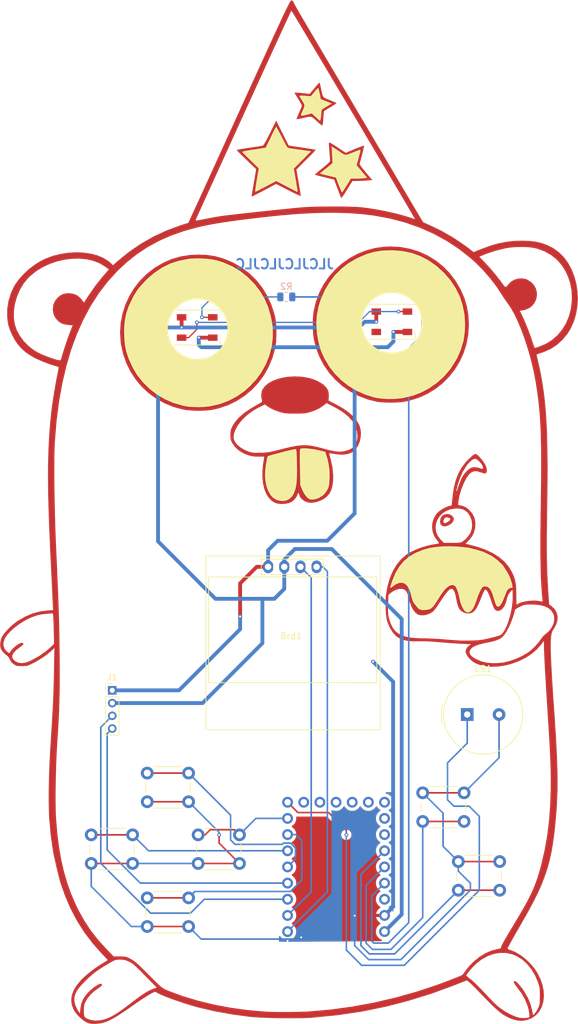
<source format=kicad_pcb>
(kicad_pcb (version 20240108) (generator "pcbnew") (generator_version "8.0")
  (layers (0 "F.Cu" signal) (31 "B.Cu" signal) (34 "B.Paste" user) (35 "F.Paste" user) (36 "B.SilkS" user "B.Silkscreen") (37 "F.SilkS" user "F.Silkscreen") (38 "B.Mask" user) (39 "F.Mask" user) (44 "Edge.Cuts" user))
  (net 0 "")
  (net 1 "GND")
  (net 2 "VCC")
  (net 3 "Net-(D1-DIN)")
  (net 4 "Net-(D1-DOUT)")
  (net 6 "/SDA")
  (net 7 "/SCL")
  (net 8 "/SDA1")
  (net 9 "/SCL1")
  (net 10 "Net-(U1-GP8)")
  (net 11 "/GP29")
  (net 12 "Net-(U1-GP4)")
  (net 13 "Net-(U1-GP5)")
  (net 14 "Net-(U1-GP6)")
  (net 15 "Net-(U1-GP7)")
  (net 16 "Net-(U1-GP28)")
  (net 17 "Net-(U1-GP27)")
  (footprint "LED_SMD:LED_WS2812B_PLCC4_5.0x5.0mm_P3.2mm" (layer "F.Cu") (at 92.75 72.4)
    (property "Reference" "D1" (hide yes))
    (property "Value" "WS2812B")
  )
  (footprint "LED_SMD:LED_WS2812B_PLCC4_5.0x5.0mm_P3.2mm" (layer "F.Cu") (at 123.35 71.5)
    (property "Reference" "D2" (hide yes))
    (property "Value" "WS2812B")
  )
  (footprint "rp2040-zero:my-rp2040-zero" (layer "F.Cu") (at 114.58 157.14 180)
    (property "Reference" "U1" (hide yes))
    (property "Value" "~" (hide yes))
  )
  (footprint "XIAO:128x64OLED" (layer "F.Cu") (at 107.52 120.6)
    (property "Reference" "Brd1")
    (property "Value" "SSD1306")
  )
  (footprint "Button_Switch_THT:SW_PUSH_6mm_H4.3mm" (layer "F.Cu") (at 128.2 145.5)
    (property "Reference" "SW5" (hide yes))
    (property "Value" "SW_Push")
  )
  (footprint "Button_Switch_THT:SW_PUSH_6mm_H4.3mm" (layer "F.Cu") (at 76.1 152.1)
    (property "Reference" "SW2" (hide yes))
    (property "Value" "SW_Push")
  )
  (footprint "Button_Switch_THT:SW_PUSH_6mm_H4.3mm" (layer "F.Cu") (at 84.9 162)
    (property "Reference" "SW3" (hide yes))
    (property "Value" "SW_Push")
  )
  (footprint "Connector_PinHeader_2.00mm:PinHeader_1x04_P2.00mm_Vertical" (layer "F.Cu") (at 79.4 129.4)
    (property "Reference" "J1")
    (property "Value" "Conn_01x04_Pin")
  )
  (footprint "MountingHole:MountingHole_3.2mm_M3" (layer "F.Cu") (at 107.9 31.3)
    (property "Reference" "REF**" (hide yes))
    (property "Value" "MountingHole_3.2mm_M3")
  )
  (footprint "Button_Switch_THT:SW_PUSH_6mm_H4.3mm" (layer "F.Cu") (at 84.9 142.4)
    (property "Reference" "SW1" (hide yes))
    (property "Value" "SW_Push")
  )
  (footprint "gopher:gopher_party" (layer "F.Cu") (at 107.4 101.8)
    (property "Reference" "G***" (hide yes))
    (property "Value" "LOGO" (hide yes))
    (fp_line (start -45.62 20.56) (end -45.59 19.99) (stroke (width 0.05)) (layer "Edge.Cuts"))
    (fp_line (start -45.59 19.99) (end -45.46 19.44) (stroke (width 0.05)) (layer "Edge.Cuts"))
    (fp_line (start -45.55 21.04) (end -45.62 20.56) (stroke (width 0.05)) (layer "Edge.Cuts"))
    (fp_line (start -45.51 21.14) (end -45.55 21.04) (stroke (width 0.05)) (layer "Edge.Cuts"))
    (fp_line (start -45.46 19.44) (end -45.35 19.19) (stroke (width 0.05)) (layer "Edge.Cuts"))
    (fp_line (start -45.36 21.37) (end -45.51 21.14) (stroke (width 0.05)) (layer "Edge.Cuts"))
    (fp_line (start -45.35 19.19) (end -45.12 18.81) (stroke (width 0.05)) (layer "Edge.Cuts"))
    (fp_line (start -45.12 18.81) (end -44.82 18.44) (stroke (width 0.05)) (layer "Edge.Cuts"))
    (fp_line (start -45.04 21.75) (end -45.36 21.37) (stroke (width 0.05)) (layer "Edge.Cuts"))
    (fp_line (start -44.82 18.44) (end -44.39 17.97) (stroke (width 0.05)) (layer "Edge.Cuts"))
    (fp_line (start -44.73 22.04) (end -45.04 21.75) (stroke (width 0.05)) (layer "Edge.Cuts"))
    (fp_line (start -44.54 -31.2) (end -44.53 -31.7) (stroke (width 0.05)) (layer "Edge.Cuts"))
    (fp_line (start -44.53 -31.7) (end -44.52 -32.38) (stroke (width 0.05)) (layer "Edge.Cuts"))
    (fp_line (start -44.52 -32.38) (end -44.32 -33.61) (stroke (width 0.05)) (layer "Edge.Cuts"))
    (fp_line (start -44.47 -30.41) (end -44.54 -31.2) (stroke (width 0.05)) (layer "Edge.Cuts"))
    (fp_line (start -44.44 22.26) (end -44.73 22.04) (stroke (width 0.05)) (layer "Edge.Cuts"))
    (fp_line (start -44.39 17.97) (end -43.89 17.48) (stroke (width 0.05)) (layer "Edge.Cuts"))
    (fp_line (start -44.36 22.34) (end -44.44 22.26) (stroke (width 0.05)) (layer "Edge.Cuts"))
    (fp_line (start -44.33 -29.65) (end -44.47 -30.41) (stroke (width 0.05)) (layer "Edge.Cuts"))
    (fp_line (start -44.32 -33.61) (end -43.96 -34.79) (stroke (width 0.05)) (layer "Edge.Cuts"))
    (fp_line (start -44.22 22.57) (end -44.36 22.34) (stroke (width 0.05)) (layer "Edge.Cuts"))
    (fp_line (start -44.13 -29.07) (end -44.33 -29.65) (stroke (width 0.05)) (layer "Edge.Cuts"))
    (fp_line (start -43.96 -34.79) (end -43.49 -35.79) (stroke (width 0.05)) (layer "Edge.Cuts"))
    (fp_line (start -43.91 23.14) (end -44.22 22.57) (stroke (width 0.05)) (layer "Edge.Cuts"))
    (fp_line (start -43.89 17.48) (end -43.35 17.03) (stroke (width 0.05)) (layer "Edge.Cuts"))
    (fp_line (start -43.78 -28.25) (end -44.13 -29.07) (stroke (width 0.05)) (layer "Edge.Cuts"))
    (fp_line (start -43.49 -35.79) (end -43.28 -36.17) (stroke (width 0.05)) (layer "Edge.Cuts"))
    (fp_line (start -43.49 23.53) (end -43.91 23.14) (stroke (width 0.05)) (layer "Edge.Cuts"))
    (fp_line (start -43.42 -27.56) (end -43.78 -28.25) (stroke (width 0.05)) (layer "Edge.Cuts"))
    (fp_line (start -43.35 17.03) (end -42.86 16.67) (stroke (width 0.05)) (layer "Edge.Cuts"))
    (fp_line (start -43.28 -36.17) (end -42.67 -37.01) (stroke (width 0.05)) (layer "Edge.Cuts"))
    (fp_line (start -43.19 23.7) (end -43.49 23.53) (stroke (width 0.05)) (layer "Edge.Cuts"))
    (fp_line (start -42.95 23.78) (end -43.19 23.7) (stroke (width 0.05)) (layer "Edge.Cuts"))
    (fp_line (start -42.91 -26.79) (end -43.42 -27.56) (stroke (width 0.05)) (layer "Edge.Cuts"))
    (fp_line (start -42.86 16.67) (end -41.76 16.04) (stroke (width 0.05)) (layer "Edge.Cuts"))
    (fp_line (start -42.67 -37.01) (end -41.94 -37.82) (stroke (width 0.05)) (layer "Edge.Cuts"))
    (fp_line (start -42.57 23.81) (end -42.95 23.78) (stroke (width 0.05)) (layer "Edge.Cuts"))
    (fp_line (start -42.38 -26.17) (end -42.91 -26.79) (stroke (width 0.05)) (layer "Edge.Cuts"))
    (fp_line (start -41.94 -37.82) (end -41.15 -38.56) (stroke (width 0.05)) (layer "Edge.Cuts"))
    (fp_line (start -41.88 23.81) (end -42.57 23.81) (stroke (width 0.05)) (layer "Edge.Cuts"))
    (fp_line (start -41.76 16.04) (end -41.67 15.99) (stroke (width 0.05)) (layer "Edge.Cuts"))
    (fp_line (start -41.7 -25.54) (end -42.38 -26.17) (stroke (width 0.05)) (layer "Edge.Cuts"))
    (fp_line (start -41.67 15.99) (end -40.52 15.5) (stroke (width 0.05)) (layer "Edge.Cuts"))
    (fp_line (start -41.55 23.78) (end -41.88 23.81) (stroke (width 0.05)) (layer "Edge.Cuts"))
    (fp_line (start -41.23 23.72) (end -41.55 23.78) (stroke (width 0.05)) (layer "Edge.Cuts"))
    (fp_line (start -41.15 -38.56) (end -40.25 -39.24) (stroke (width 0.05)) (layer "Edge.Cuts"))
    (fp_line (start -40.75 -24.9) (end -41.7 -25.54) (stroke (width 0.05)) (layer "Edge.Cuts"))
    (fp_line (start -40.53 23.4) (end -41.23 23.72) (stroke (width 0.05)) (layer "Edge.Cuts"))
    (fp_line (start -40.52 15.5) (end -39.36 15.19) (stroke (width 0.05)) (layer "Edge.Cuts"))
    (fp_line (start -40.25 -39.24) (end -39.94 -39.45) (stroke (width 0.05)) (layer "Edge.Cuts"))
    (fp_line (start -40.08 -24.53) (end -40.75 -24.9) (stroke (width 0.05)) (layer "Edge.Cuts"))
    (fp_line (start -40.08 23.17) (end -40.53 23.4) (stroke (width 0.05)) (layer "Edge.Cuts"))
    (fp_line (start -39.94 -39.45) (end -39.29 -39.85) (stroke (width 0.05)) (layer "Edge.Cuts"))
    (fp_line (start -39.87 23.05) (end -40.08 23.17) (stroke (width 0.05)) (layer "Edge.Cuts"))
    (fp_line (start -39.36 15.19) (end -38.19 15.04) (stroke (width 0.05)) (layer "Edge.Cuts"))
    (fp_line (start -39.31 22.71) (end -39.87 23.05) (stroke (width 0.05)) (layer "Edge.Cuts"))
    (fp_line (start -39.29 -39.85) (end -38.42 -40.27) (stroke (width 0.05)) (layer "Edge.Cuts"))
    (fp_line (start -38.95 -24.03) (end -40.08 -24.53) (stroke (width 0.05)) (layer "Edge.Cuts"))
    (fp_line (start -38.83 22.4) (end -39.31 22.71) (stroke (width 0.05)) (layer "Edge.Cuts"))
    (fp_line (start -38.42 -40.27) (end -37.27 -40.69) (stroke (width 0.05)) (layer "Edge.Cuts"))
    (fp_line (start -38.29 22.02) (end -38.83 22.4) (stroke (width 0.05)) (layer "Edge.Cuts"))
    (fp_line (start -38.19 15.04) (end -37.39 14.99) (stroke (width 0.05)) (layer "Edge.Cuts"))
    (fp_line (start -38.18 -23.74) (end -38.95 -24.03) (stroke (width 0.05)) (layer "Edge.Cuts"))
    (fp_line (start -38.12 -7.55) (end -38.09 -8.52) (stroke (width 0.05)) (layer "Edge.Cuts"))
    (fp_line (start -38.12 -5.92) (end -38.12 -7.55) (stroke (width 0.05)) (layer "Edge.Cuts"))
    (fp_line (start -38.09 -8.52) (end -38.04 -10.28) (stroke (width 0.05)) (layer "Edge.Cuts"))
    (fp_line (start -38.09 -3.25) (end -38.12 -5.92) (stroke (width 0.05)) (layer "Edge.Cuts"))
    (fp_line (start -38.07 -2.31) (end -38.09 -3.25) (stroke (width 0.05)) (layer "Edge.Cuts"))
    (fp_line (start -38.04 -10.28) (end -37.99 -11.4) (stroke (width 0.05)) (layer "Edge.Cuts"))
    (fp_line (start -38.02 -0.67) (end -38.07 -2.31) (stroke (width 0.05)) (layer "Edge.Cuts"))
    (fp_line (start -38.01 43.68) (end -38 42.88) (stroke (width 0.05)) (layer "Edge.Cuts"))
    (fp_line (start -38.01 43.95) (end -38.01 43.68) (stroke (width 0.05)) (layer "Edge.Cuts"))
    (fp_line (start -38.01 44.51) (end -38.01 43.95) (stroke (width 0.05)) (layer "Edge.Cuts"))
    (fp_line (start -38.01 45.03) (end -38.01 44.51) (stroke (width 0.05)) (layer "Edge.Cuts"))
    (fp_line (start -38 0.1) (end -38.02 -0.67) (stroke (width 0.05)) (layer "Edge.Cuts"))
    (fp_line (start -38 42.88) (end -37.99 42.46) (stroke (width 0.05)) (layer "Edge.Cuts"))
    (fp_line (start -38 45.65) (end -38.01 45.03) (stroke (width 0.05)) (layer "Edge.Cuts"))
    (fp_line (start -37.99 -11.4) (end -37.9 -12.8) (stroke (width 0.05)) (layer "Edge.Cuts"))
    (fp_line (start -37.99 42.46) (end -37.98 41.99) (stroke (width 0.05)) (layer "Edge.Cuts"))
    (fp_line (start -37.98 41.99) (end -37.97 41.49) (stroke (width 0.05)) (layer "Edge.Cuts"))
    (fp_line (start -37.98 46.53) (end -38 45.65) (stroke (width 0.05)) (layer "Edge.Cuts"))
    (fp_line (start -37.97 41.49) (end -37.94 40.75) (stroke (width 0.05)) (layer "Edge.Cuts"))
    (fp_line (start -37.95 1.52) (end -38 0.1) (stroke (width 0.05)) (layer "Edge.Cuts"))
    (fp_line (start -37.95 47.29) (end -37.98 46.53) (stroke (width 0.05)) (layer "Edge.Cuts"))
    (fp_line (start -37.94 40.75) (end -37.92 39.99) (stroke (width 0.05)) (layer "Edge.Cuts"))
    (fp_line (start -37.93 2.19) (end -37.95 1.52) (stroke (width 0.05)) (layer "Edge.Cuts"))
    (fp_line (start -37.93 47.76) (end -37.95 47.29) (stroke (width 0.05)) (layer "Edge.Cuts"))
    (fp_line (start -37.92 39.99) (end -37.89 39.28) (stroke (width 0.05)) (layer "Edge.Cuts"))
    (fp_line (start -37.9 -12.8) (end -37.81 -14.06) (stroke (width 0.05)) (layer "Edge.Cuts"))
    (fp_line (start -37.89 2.96) (end -37.93 2.19) (stroke (width 0.05)) (layer "Edge.Cuts"))
    (fp_line (start -37.89 39.28) (end -37.87 38.74) (stroke (width 0.05)) (layer "Edge.Cuts"))
    (fp_line (start -37.87 38.74) (end -37.85 38.38) (stroke (width 0.05)) (layer "Edge.Cuts"))
    (fp_line (start -37.85 38.38) (end -37.82 37.71) (stroke (width 0.05)) (layer "Edge.Cuts"))
    (fp_line (start -37.83 4.37) (end -37.89 2.96) (stroke (width 0.05)) (layer "Edge.Cuts"))
    (fp_line (start -37.82 37.71) (end -37.79 37.34) (stroke (width 0.05)) (layer "Edge.Cuts"))
    (fp_line (start -37.81 -14.06) (end -37.69 -15.26) (stroke (width 0.05)) (layer "Edge.Cuts"))
    (fp_line (start -37.8 5.14) (end -37.83 4.37) (stroke (width 0.05)) (layer "Edge.Cuts"))
    (fp_line (start -37.8 49.2) (end -37.93 47.76) (stroke (width 0.05)) (layer "Edge.Cuts"))
    (fp_line (start -37.79 37.34) (end -37.77 36.94) (stroke (width 0.05)) (layer "Edge.Cuts"))
    (fp_line (start -37.77 36.94) (end -37.75 36.52) (stroke (width 0.05)) (layer "Edge.Cuts"))
    (fp_line (start -37.75 36.52) (end -37.72 36.12) (stroke (width 0.05)) (layer "Edge.Cuts"))
    (fp_line (start -37.74 6.27) (end -37.8 5.14) (stroke (width 0.05)) (layer "Edge.Cuts"))
    (fp_line (start -37.72 36.12) (end -37.67 35.39) (stroke (width 0.05)) (layer "Edge.Cuts"))
    (fp_line (start -37.7 50.32) (end -37.8 49.2) (stroke (width 0.05)) (layer "Edge.Cuts"))
    (fp_line (start -37.69 -15.26) (end -37.62 -15.91) (stroke (width 0.05)) (layer "Edge.Cuts"))
    (fp_line (start -37.67 21.51) (end -38.29 22.02) (stroke (width 0.05)) (layer "Edge.Cuts"))
    (fp_line (start -37.67 35.39) (end -37.64 34.92) (stroke (width 0.05)) (layer "Edge.Cuts"))
    (fp_line (start -37.64 34.92) (end -37.6 34.23) (stroke (width 0.05)) (layer "Edge.Cuts"))
    (fp_line (start -37.62 -15.91) (end -37.54 -16.66) (stroke (width 0.05)) (layer "Edge.Cuts"))
    (fp_line (start -37.6 9.03) (end -37.74 6.27) (stroke (width 0.05)) (layer "Edge.Cuts"))
    (fp_line (start -37.6 34.23) (end -37.57 33.73) (stroke (width 0.05)) (layer "Edge.Cuts"))
    (fp_line (start -37.57 33.73) (end -37.53 33.14) (stroke (width 0.05)) (layer "Edge.Cuts"))
    (fp_line (start -37.54 -16.66) (end -37.42 -17.54) (stroke (width 0.05)) (layer "Edge.Cuts"))
    (fp_line (start -37.53 33.14) (end -37.5 32.57) (stroke (width 0.05)) (layer "Edge.Cuts"))
    (fp_line (start -37.51 -23.5) (end -38.18 -23.74) (stroke (width 0.05)) (layer "Edge.Cuts"))
    (fp_line (start -37.5 11.3) (end -37.6 9.03) (stroke (width 0.05)) (layer "Edge.Cuts"))
    (fp_line (start -37.5 32.57) (end -37.39 30.64) (stroke (width 0.05)) (layer "Edge.Cuts"))
    (fp_line (start -37.49 51.78) (end -37.7 50.32) (stroke (width 0.05)) (layer "Edge.Cuts"))
    (fp_line (start -37.42 -17.54) (end -37.29 -18.34) (stroke (width 0.05)) (layer "Edge.Cuts"))
    (fp_line (start -37.39 14.99) (end -37.31 14.99) (stroke (width 0.05)) (layer "Edge.Cuts"))
    (fp_line (start -37.39 30.64) (end -37.34 29.61) (stroke (width 0.05)) (layer "Edge.Cuts"))
    (fp_line (start -37.38 13.8) (end -37.5 11.3) (stroke (width 0.05)) (layer "Edge.Cuts"))
    (fp_line (start -37.35 52.77) (end -37.49 51.78) (stroke (width 0.05)) (layer "Edge.Cuts"))
    (fp_line (start -37.34 14.59) (end -37.38 13.8) (stroke (width 0.05)) (layer "Edge.Cuts"))
    (fp_line (start -37.34 29.61) (end -37.28 28.39) (stroke (width 0.05)) (layer "Edge.Cuts"))
    (fp_line (start -37.32 21.18) (end -37.67 21.51) (stroke (width 0.05)) (layer "Edge.Cuts"))
    (fp_line (start -37.31 14.99) (end -37.34 14.59) (stroke (width 0.05)) (layer "Edge.Cuts"))
    (fp_line (start -37.29 -18.34) (end -37.1 -19.54) (stroke (width 0.05)) (layer "Edge.Cuts"))
    (fp_line (start -37.28 28.39) (end -37.25 27.43) (stroke (width 0.05)) (layer "Edge.Cuts"))
    (fp_line (start -37.27 -40.69) (end -36.01 -41) (stroke (width 0.05)) (layer "Edge.Cuts"))
    (fp_line (start -37.25 27.43) (end -37.22 26.35) (stroke (width 0.05)) (layer "Edge.Cuts"))
    (fp_line (start -37.22 26.35) (end -37.2 25.56) (stroke (width 0.05)) (layer "Edge.Cuts"))
    (fp_line (start -37.2 25.56) (end -37.17 24.05) (stroke (width 0.05)) (layer "Edge.Cuts"))
    (fp_line (start -37.2 53.56) (end -37.35 52.77) (stroke (width 0.05)) (layer "Edge.Cuts"))
    (fp_line (start -37.17 24.05) (end -37.14 22.53) (stroke (width 0.05)) (layer "Edge.Cuts"))
    (fp_line (start -37.14 22.53) (end -37.13 21.6) (stroke (width 0.05)) (layer "Edge.Cuts"))
    (fp_line (start -37.13 21.6) (end -37.12 21.14) (stroke (width 0.05)) (layer "Edge.Cuts"))
    (fp_line (start -37.12 21.14) (end -37.1 20.98) (stroke (width 0.05)) (layer "Edge.Cuts"))
    (fp_line (start -37.1 -19.54) (end -36.86 -20.94) (stroke (width 0.05)) (layer "Edge.Cuts"))
    (fp_line (start -37.1 20.98) (end -37.32 21.18) (stroke (width 0.05)) (layer "Edge.Cuts"))
    (fp_line (start -37.02 -23.35) (end -37.51 -23.5) (stroke (width 0.05)) (layer "Edge.Cuts"))
    (fp_line (start -36.86 -20.94) (end -36.68 -21.84) (stroke (width 0.05)) (layer "Edge.Cuts"))
    (fp_line (start -36.68 -21.84) (end -36.56 -22.46) (stroke (width 0.05)) (layer "Edge.Cuts"))
    (fp_line (start -36.56 -22.46) (end -36.49 -22.82) (stroke (width 0.05)) (layer "Edge.Cuts"))
    (fp_line (start -36.49 -22.82) (end -36.46 -23.07) (stroke (width 0.05)) (layer "Edge.Cuts"))
    (fp_line (start -36.48 -23.19) (end -37.02 -23.35) (stroke (width 0.05)) (layer "Edge.Cuts"))
    (fp_line (start -36.46 -23.07) (end -36.48 -23.19) (stroke (width 0.05)) (layer "Edge.Cuts"))
    (fp_line (start -36.4 56.96) (end -37.2 53.56) (stroke (width 0.05)) (layer "Edge.Cuts"))
    (fp_line (start -36.18 57.8) (end -36.4 56.96) (stroke (width 0.05)) (layer "Edge.Cuts"))
    (fp_line (start -36.01 -41) (end -34.86 -41.17) (stroke (width 0.05)) (layer "Edge.Cuts"))
    (fp_line (start -35.73 59.07) (end -36.18 57.8) (stroke (width 0.05)) (layer "Edge.Cuts"))
    (fp_line (start -35.44 59.91) (end -35.73 59.07) (stroke (width 0.05)) (layer "Edge.Cuts"))
    (fp_line (start -35.04 60.84) (end -35.44 59.91) (stroke (width 0.05)) (layer "Edge.Cuts"))
    (fp_line (start -34.86 -41.17) (end -33.64 -41.23) (stroke (width 0.05)) (layer "Edge.Cuts"))
    (fp_line (start -34.63 61.8) (end -35.04 60.84) (stroke (width 0.05)) (layer "Edge.Cuts"))
    (fp_line (start -34.47 76.28) (end -34.46 76.17) (stroke (width 0.05)) (layer "Edge.Cuts"))
    (fp_line (start -34.46 76.17) (end -34.41 75.75) (stroke (width 0.05)) (layer "Edge.Cuts"))
    (fp_line (start -34.41 75.75) (end -34.38 75.52) (stroke (width 0.05)) (layer "Edge.Cuts"))
    (fp_line (start -34.38 75.52) (end -34.11 74.76) (stroke (width 0.05)) (layer "Edge.Cuts"))
    (fp_line (start -34.38 77.01) (end -34.47 76.28) (stroke (width 0.05)) (layer "Edge.Cuts"))
    (fp_line (start -34.15 62.71) (end -34.63 61.8) (stroke (width 0.05)) (layer "Edge.Cuts"))
    (fp_line (start -34.11 74.76) (end -33.63 73.96) (stroke (width 0.05)) (layer "Edge.Cuts"))
    (fp_line (start -34.09 77.77) (end -34.38 77.01) (stroke (width 0.05)) (layer "Edge.Cuts"))
    (fp_line (start -34.02 77.91) (end -34.09 77.77) (stroke (width 0.05)) (layer "Edge.Cuts"))
    (fp_line (start -33.94 78.03) (end -34.02 77.91) (stroke (width 0.05)) (layer "Edge.Cuts"))
    (fp_line (start -33.68 78.39) (end -33.94 78.03) (stroke (width 0.05)) (layer "Edge.Cuts"))
    (fp_line (start -33.64 -41.23) (end -32.48 -41.18) (stroke (width 0.05)) (layer "Edge.Cuts"))
    (fp_line (start -33.63 73.96) (end -33.26 73.51) (stroke (width 0.05)) (layer "Edge.Cuts"))
    (fp_line (start -33.62 63.73) (end -34.15 62.71) (stroke (width 0.05)) (layer "Edge.Cuts"))
    (fp_line (start -33.26 73.51) (end -32.85 73.02) (stroke (width 0.05)) (layer "Edge.Cuts"))
    (fp_line (start -33.2 64.4) (end -33.62 63.73) (stroke (width 0.05)) (layer "Edge.Cuts"))
    (fp_line (start -33.2 78.91) (end -33.68 78.39) (stroke (width 0.05)) (layer "Edge.Cuts"))
    (fp_line (start -32.85 73.02) (end -32.38 72.57) (stroke (width 0.05)) (layer "Edge.Cuts"))
    (fp_line (start -32.81 79.26) (end -33.2 78.91) (stroke (width 0.05)) (layer "Edge.Cuts"))
    (fp_line (start -32.48 -41.18) (end -31.34 -41.01) (stroke (width 0.05)) (layer "Edge.Cuts"))
    (fp_line (start -32.42 65.62) (end -33.2 64.4) (stroke (width 0.05)) (layer "Edge.Cuts"))
    (fp_line (start -32.38 72.57) (end -31.77 72.05) (stroke (width 0.05)) (layer "Edge.Cuts"))
    (fp_line (start -32.38 79.59) (end -32.81 79.26) (stroke (width 0.05)) (layer "Edge.Cuts"))
    (fp_line (start -31.99 79.81) (end -32.38 79.59) (stroke (width 0.05)) (layer "Edge.Cuts"))
    (fp_line (start -31.92 66.29) (end -32.42 65.62) (stroke (width 0.05)) (layer "Edge.Cuts"))
    (fp_line (start -31.77 72.05) (end -30.91 71.38) (stroke (width 0.05)) (layer "Edge.Cuts"))
    (fp_line (start -31.66 79.92) (end -31.99 79.81) (stroke (width 0.05)) (layer "Edge.Cuts"))
    (fp_line (start -31.54 66.79) (end -31.92 66.29) (stroke (width 0.05)) (layer "Edge.Cuts"))
    (fp_line (start -31.35 79.98) (end -31.66 79.92) (stroke (width 0.05)) (layer "Edge.Cuts"))
    (fp_line (start -31.34 -41.01) (end -30.36 -40.75) (stroke (width 0.05)) (layer "Edge.Cuts"))
    (fp_line (start -31.14 67.32) (end -31.54 66.79) (stroke (width 0.05)) (layer "Edge.Cuts"))
    (fp_line (start -30.92 67.57) (end -31.14 67.32) (stroke (width 0.05)) (layer "Edge.Cuts"))
    (fp_line (start -30.91 71.38) (end -30.36 70.99) (stroke (width 0.05)) (layer "Edge.Cuts"))
    (fp_line (start -30.91 80.01) (end -31.35 79.98) (stroke (width 0.05)) (layer "Edge.Cuts"))
    (fp_line (start -30.48 79.99) (end -30.91 80.01) (stroke (width 0.05)) (layer "Edge.Cuts"))
    (fp_line (start -30.42 68.14) (end -30.92 67.57) (stroke (width 0.05)) (layer "Edge.Cuts"))
    (fp_line (start -30.36 -40.75) (end -29.42 -40.36) (stroke (width 0.05)) (layer "Edge.Cuts"))
    (fp_line (start -30.36 70.99) (end -29.9 70.7) (stroke (width 0.05)) (layer "Edge.Cuts"))
    (fp_line (start -30.05 68.55) (end -30.42 68.14) (stroke (width 0.05)) (layer "Edge.Cuts"))
    (fp_line (start -30 79.95) (end -30.48 79.99) (stroke (width 0.05)) (layer "Edge.Cuts"))
    (fp_line (start -29.9 70.7) (end -29.43 70.4) (stroke (width 0.05)) (layer "Edge.Cuts"))
    (fp_line (start -29.67 68.98) (end -30.05 68.55) (stroke (width 0.05)) (layer "Edge.Cuts"))
    (fp_line (start -29.55 79.87) (end -30 79.95) (stroke (width 0.05)) (layer "Edge.Cuts"))
    (fp_line (start -29.43 70.4) (end -29.15 70.23) (stroke (width 0.05)) (layer "Edge.Cuts"))
    (fp_line (start -29.42 -40.36) (end -28.64 -39.89) (stroke (width 0.05)) (layer "Edge.Cuts"))
    (fp_line (start -29.36 69.3) (end -29.67 68.98) (stroke (width 0.05)) (layer "Edge.Cuts"))
    (fp_line (start -29.15 70.23) (end -28.96 70.11) (stroke (width 0.05)) (layer "Edge.Cuts"))
    (fp_line (start -29.1 69.57) (end -29.36 69.3) (stroke (width 0.05)) (layer "Edge.Cuts"))
    (fp_line (start -29.04 79.72) (end -29.55 79.87) (stroke (width 0.05)) (layer "Edge.Cuts"))
    (fp_line (start -28.96 70.11) (end -28.87 70.05) (stroke (width 0.05)) (layer "Edge.Cuts"))
    (fp_line (start -28.87 70.05) (end -28.76 69.98) (stroke (width 0.05)) (layer "Edge.Cuts"))
    (fp_line (start -28.81 69.89) (end -29.1 69.57) (stroke (width 0.05)) (layer "Edge.Cuts"))
    (fp_line (start -28.76 69.98) (end -28.75 69.97) (stroke (width 0.05)) (layer "Edge.Cuts"))
    (fp_line (start -28.75 69.97) (end -28.81 69.89) (stroke (width 0.05)) (layer "Edge.Cuts"))
    (fp_line (start -28.64 -39.89) (end -28.19 -39.51) (stroke (width 0.05)) (layer "Edge.Cuts"))
    (fp_line (start -28.55 79.52) (end -29.04 79.72) (stroke (width 0.05)) (layer "Edge.Cuts"))
    (fp_line (start -28.19 -39.51) (end -27.9 -39.24) (stroke (width 0.05)) (layer "Edge.Cuts"))
    (fp_line (start -28.19 79.34) (end -28.55 79.52) (stroke (width 0.05)) (layer "Edge.Cuts"))
    (fp_line (start -27.9 -39.24) (end -27.88 -39.21) (stroke (width 0.05)) (layer "Edge.Cuts"))
    (fp_line (start -27.88 -39.21) (end -27.56 -39.5) (stroke (width 0.05)) (layer "Edge.Cuts"))
    (fp_line (start -27.56 -39.5) (end -27.06 -39.94) (stroke (width 0.05)) (layer "Edge.Cuts"))
    (fp_line (start -27.51 78.97) (end -28.19 79.34) (stroke (width 0.05)) (layer "Edge.Cuts"))
    (fp_line (start -27.06 -39.94) (end -26.22 -40.62) (stroke (width 0.05)) (layer "Edge.Cuts"))
    (fp_line (start -26.91 78.59) (end -27.51 78.97) (stroke (width 0.05)) (layer "Edge.Cuts"))
    (fp_line (start -26.22 -40.62) (end -25.41 -41.27) (stroke (width 0.05)) (layer "Edge.Cuts"))
    (fp_line (start -26.22 78.14) (end -26.91 78.59) (stroke (width 0.05)) (layer "Edge.Cuts"))
    (fp_line (start -25.49 77.65) (end -26.22 78.14) (stroke (width 0.05)) (layer "Edge.Cuts"))
    (fp_line (start -25.41 -41.27) (end -24.55 -41.87) (stroke (width 0.05)) (layer "Edge.Cuts"))
    (fp_line (start -24.55 -41.87) (end -24.07 -42.19) (stroke (width 0.05)) (layer "Edge.Cuts"))
    (fp_line (start -24.49 76.94) (end -25.49 77.65) (stroke (width 0.05)) (layer "Edge.Cuts"))
    (fp_line (start -24.07 -42.19) (end -23.5 -42.58) (stroke (width 0.05)) (layer "Edge.Cuts"))
    (fp_line (start -23.62 76.34) (end -24.49 76.94) (stroke (width 0.05)) (layer "Edge.Cuts"))
    (fp_line (start -23.5 -42.58) (end -22.67 -43.06) (stroke (width 0.05)) (layer "Edge.Cuts"))
    (fp_line (start -22.67 -43.06) (end -22.06 -43.4) (stroke (width 0.05)) (layer "Edge.Cuts"))
    (fp_line (start -22.66 75.72) (end -23.62 76.34) (stroke (width 0.05)) (layer "Edge.Cuts"))
    (fp_line (start -22.06 -43.4) (end -21.55 -43.7) (stroke (width 0.05)) (layer "Edge.Cuts"))
    (fp_line (start -21.91 75.26) (end -22.66 75.72) (stroke (width 0.05)) (layer "Edge.Cuts"))
    (fp_line (start -21.55 -43.7) (end -20.72 -44.08) (stroke (width 0.05)) (layer "Edge.Cuts"))
    (fp_line (start -21.42 75.02) (end -21.91 75.26) (stroke (width 0.05)) (layer "Edge.Cuts"))
    (fp_line (start -21.28 74.98) (end -21.42 75.02) (stroke (width 0.05)) (layer "Edge.Cuts"))
    (fp_line (start -21.17 74.99) (end -21.28 74.98) (stroke (width 0.05)) (layer "Edge.Cuts"))
    (fp_line (start -21.09 75.05) (end -21.17 74.99) (stroke (width 0.05)) (layer "Edge.Cuts"))
    (fp_line (start -20.88 75.18) (end -21.09 75.05) (stroke (width 0.05)) (layer "Edge.Cuts"))
    (fp_line (start -20.72 -44.08) (end -19.69 -44.56) (stroke (width 0.05)) (layer "Edge.Cuts"))
    (fp_line (start -20.44 75.39) (end -20.88 75.18) (stroke (width 0.05)) (layer "Edge.Cuts"))
    (fp_line (start -19.69 -44.56) (end -19.47 -44.66) (stroke (width 0.05)) (layer "Edge.Cuts"))
    (fp_line (start -19.48 75.8) (end -20.44 75.39) (stroke (width 0.05)) (layer "Edge.Cuts"))
    (fp_line (start -19.47 -44.66) (end -18.52 -45.01) (stroke (width 0.05)) (layer "Edge.Cuts"))
    (fp_line (start -18.52 -45.01) (end -17.76 -45.29) (stroke (width 0.05)) (layer "Edge.Cuts"))
    (fp_line (start -18.23 76.26) (end -19.48 75.8) (stroke (width 0.05)) (layer "Edge.Cuts"))
    (fp_line (start -17.76 -45.29) (end -17.36 -45.44) (stroke (width 0.05)) (layer "Edge.Cuts"))
    (fp_line (start -17.36 -45.44) (end -17.03 -45.55) (stroke (width 0.05)) (layer "Edge.Cuts"))
    (fp_line (start -17.03 -45.55) (end -16.54 -45.7) (stroke (width 0.05)) (layer "Edge.Cuts"))
    (fp_line (start -16.54 -45.7) (end -16.04 -45.85) (stroke (width 0.05)) (layer "Edge.Cuts"))
    (fp_line (start -16.36 76.89) (end -18.23 76.26) (stroke (width 0.05)) (layer "Edge.Cuts"))
    (fp_line (start -16.04 -45.85) (end -15.46 -47.16) (stroke (width 0.05)) (layer "Edge.Cuts"))
    (fp_line (start -15.46 -47.16) (end -14.36 -49.53) (stroke (width 0.05)) (layer "Edge.Cuts"))
    (fp_line (start -14.72 77.38) (end -16.36 76.89) (stroke (width 0.05)) (layer "Edge.Cuts"))
    (fp_line (start -14.36 -49.53) (end -13.13 -52.23) (stroke (width 0.05)) (layer "Edge.Cuts"))
    (fp_line (start -13.13 -52.23) (end -12.45 -53.71) (stroke (width 0.05)) (layer "Edge.Cuts"))
    (fp_line (start -12.45 -53.71) (end -11.64 -55.5) (stroke (width 0.05)) (layer "Edge.Cuts"))
    (fp_line (start -11.97 78.03) (end -14.72 77.38) (stroke (width 0.05)) (layer "Edge.Cuts"))
    (fp_line (start -11.64 -55.5) (end -10.12 -58.84) (stroke (width 0.05)) (layer "Edge.Cuts"))
    (fp_line (start -11.03 78.19) (end -11.97 78.03) (stroke (width 0.05)) (layer "Edge.Cuts"))
    (fp_line (start -10.12 -58.84) (end -8.53 -62.32) (stroke (width 0.05)) (layer "Edge.Cuts"))
    (fp_line (start -9.06 78.55) (end -11.03 78.19) (stroke (width 0.05)) (layer "Edge.Cuts"))
    (fp_line (start -8.53 -62.32) (end -5.47 -69.03) (stroke (width 0.05)) (layer "Edge.Cuts"))
    (fp_line (start -8.14 78.67) (end -9.06 78.55) (stroke (width 0.05)) (layer "Edge.Cuts"))
    (fp_line (start -6.28 78.92) (end -8.14 78.67) (stroke (width 0.05)) (layer "Edge.Cuts"))
    (fp_line (start -5.7 78.97) (end -6.28 78.92) (stroke (width 0.05)) (layer "Edge.Cuts"))
    (fp_line (start -5.47 -69.03) (end -2.31 -75.91) (stroke (width 0.05)) (layer "Edge.Cuts"))
    (fp_line (start -4.69 79.03) (end -5.7 78.97) (stroke (width 0.05)) (layer "Edge.Cuts"))
    (fp_line (start -3.8 79.06) (end -4.69 79.03) (stroke (width 0.05)) (layer "Edge.Cuts"))
    (fp_line (start -2.44 79.12) (end -3.8 79.06) (stroke (width 0.05)) (layer "Edge.Cuts"))
    (fp_line (start -2.31 -75.91) (end -1.07 -78.58) (stroke (width 0.05)) (layer "Edge.Cuts"))
    (fp_line (start -1.07 -78.58) (end -0.08 -80.56) (stroke (width 0.05)) (layer "Edge.Cuts"))
    (fp_line (start -0.77 79.13) (end -2.44 79.12) (stroke (width 0.05)) (layer "Edge.Cuts"))
    (fp_line (start -0.08 -80.56) (end 0.07 -80.75) (stroke (width 0.05)) (layer "Edge.Cuts"))
    (fp_line (start 0.07 -80.75) (end 0.12 -80.8) (stroke (width 0.05)) (layer "Edge.Cuts"))
    (fp_line (start 0.12 -80.8) (end 0.15 -80.82) (stroke (width 0.05)) (layer "Edge.Cuts"))
    (fp_line (start 0.15 -80.82) (end 0.33 -80.76) (stroke (width 0.05)) (layer "Edge.Cuts"))
    (fp_line (start 0.33 -80.76) (end 0.51 -80.53) (stroke (width 0.05)) (layer "Edge.Cuts"))
    (fp_line (start 0.5 79.13) (end -0.77 79.13) (stroke (width 0.05)) (layer "Edge.Cuts"))
    (fp_line (start 0.51 -80.53) (end 0.68 -80.17) (stroke (width 0.05)) (layer "Edge.Cuts"))
    (fp_line (start 0.68 -80.17) (end 1.34 -78.99) (stroke (width 0.05)) (layer "Edge.Cuts"))
    (fp_line (start 1.34 -78.99) (end 3.36 -75.56) (stroke (width 0.05)) (layer "Edge.Cuts"))
    (fp_line (start 2.01 79.12) (end 0.5 79.13) (stroke (width 0.05)) (layer "Edge.Cuts"))
    (fp_line (start 3.17 79.06) (end 2.01 79.12) (stroke (width 0.05)) (layer "Edge.Cuts"))
    (fp_line (start 3.36 -75.56) (end 5.17 -72.48) (stroke (width 0.05)) (layer "Edge.Cuts"))
    (fp_line (start 5.03 78.88) (end 3.17 79.06) (stroke (width 0.05)) (layer "Edge.Cuts"))
    (fp_line (start 5.17 -72.48) (end 7.26 -68.96) (stroke (width 0.05)) (layer "Edge.Cuts"))
    (fp_line (start 7.26 -68.96) (end 8.24 -67.3) (stroke (width 0.05)) (layer "Edge.Cuts"))
    (fp_line (start 7.52 78.64) (end 5.03 78.88) (stroke (width 0.05)) (layer "Edge.Cuts"))
    (fp_line (start 8.24 -67.3) (end 8.99 -66.03) (stroke (width 0.05)) (layer "Edge.Cuts"))
    (fp_line (start 8.34 78.51) (end 7.52 78.64) (stroke (width 0.05)) (layer "Edge.Cuts"))
    (fp_line (start 8.99 -66.03) (end 11.1 -62.46) (stroke (width 0.05)) (layer "Edge.Cuts"))
    (fp_line (start 11.1 -62.46) (end 14.23 -57.17) (stroke (width 0.05)) (layer "Edge.Cuts"))
    (fp_line (start 11.17 78.1) (end 8.34 78.51) (stroke (width 0.05)) (layer "Edge.Cuts"))
    (fp_line (start 13.32 77.66) (end 11.17 78.1) (stroke (width 0.05)) (layer "Edge.Cuts"))
    (fp_line (start 14.23 -57.17) (end 15.49 -55.05) (stroke (width 0.05)) (layer "Edge.Cuts"))
    (fp_line (start 15.2 77.27) (end 13.32 77.66) (stroke (width 0.05)) (layer "Edge.Cuts"))
    (fp_line (start 15.49 -55.05) (end 16.95 -52.56) (stroke (width 0.05)) (layer "Edge.Cuts"))
    (fp_line (start 16.95 -52.56) (end 19.2 -48.77) (stroke (width 0.05)) (layer "Edge.Cuts"))
    (fp_line (start 17.71 76.62) (end 15.2 77.27) (stroke (width 0.05)) (layer "Edge.Cuts"))
    (fp_line (start 18.72 76.34) (end 17.71 76.62) (stroke (width 0.05)) (layer "Edge.Cuts"))
    (fp_line (start 19.2 -48.77) (end 20.3 -46.91) (stroke (width 0.05)) (layer "Edge.Cuts"))
    (fp_line (start 20.27 75.86) (end 18.72 76.34) (stroke (width 0.05)) (layer "Edge.Cuts"))
    (fp_line (start 20.3 -46.91) (end 20.81 -46.06) (stroke (width 0.05)) (layer "Edge.Cuts"))
    (fp_line (start 20.81 -46.06) (end 20.87 -45.96) (stroke (width 0.05)) (layer "Edge.Cuts"))
    (fp_line (start 20.87 -45.96) (end 21.73 -45.57) (stroke (width 0.05)) (layer "Edge.Cuts"))
    (fp_line (start 21.62 75.44) (end 20.27 75.86) (stroke (width 0.05)) (layer "Edge.Cuts"))
    (fp_line (start 21.73 -45.57) (end 22.34 -45.29) (stroke (width 0.05)) (layer "Edge.Cuts"))
    (fp_line (start 22.3 75.23) (end 21.62 75.44) (stroke (width 0.05)) (layer "Edge.Cuts"))
    (fp_line (start 22.34 -45.29) (end 23.68 -44.65) (stroke (width 0.05)) (layer "Edge.Cuts"))
    (fp_line (start 23.64 74.74) (end 22.3 75.23) (stroke (width 0.05)) (layer "Edge.Cuts"))
    (fp_line (start 23.68 -44.65) (end 24.67 -44.08) (stroke (width 0.05)) (layer "Edge.Cuts"))
    (fp_line (start 24.17 74.55) (end 23.64 74.74) (stroke (width 0.05)) (layer "Edge.Cuts"))
    (fp_line (start 24.67 -44.08) (end 25.41 -43.66) (stroke (width 0.05)) (layer "Edge.Cuts"))
    (fp_line (start 25.12 74.2) (end 24.17 74.55) (stroke (width 0.05)) (layer "Edge.Cuts"))
    (fp_line (start 25.41 -43.66) (end 25.95 -43.32) (stroke (width 0.05)) (layer "Edge.Cuts"))
    (fp_line (start 25.95 -43.32) (end 26.99 -42.62) (stroke (width 0.05)) (layer "Edge.Cuts"))
    (fp_line (start 26.01 73.86) (end 25.12 74.2) (stroke (width 0.05)) (layer "Edge.Cuts"))
    (fp_line (start 26.99 -42.62) (end 27.96 -41.93) (stroke (width 0.05)) (layer "Edge.Cuts"))
    (fp_line (start 27.12 73.42) (end 26.01 73.86) (stroke (width 0.05)) (layer "Edge.Cuts"))
    (fp_line (start 27.51 73.27) (end 27.12 73.42) (stroke (width 0.05)) (layer "Edge.Cuts"))
    (fp_line (start 27.74 73.18) (end 27.51 73.27) (stroke (width 0.05)) (layer "Edge.Cuts"))
    (fp_line (start 27.96 -41.93) (end 28.49 -41.51) (stroke (width 0.05)) (layer "Edge.Cuts"))
    (fp_line (start 28.1 73.47) (end 27.74 73.18) (stroke (width 0.05)) (layer "Edge.Cuts"))
    (fp_line (start 28.47 73.81) (end 28.1 73.47) (stroke (width 0.05)) (layer "Edge.Cuts"))
    (fp_line (start 28.49 -41.51) (end 28.81 -41.26) (stroke (width 0.05)) (layer "Edge.Cuts"))
    (fp_line (start 28.81 -41.26) (end 29.57 -41.58) (stroke (width 0.05)) (layer "Edge.Cuts"))
    (fp_line (start 28.81 74.15) (end 28.47 73.81) (stroke (width 0.05)) (layer "Edge.Cuts"))
    (fp_line (start 29.23 74.57) (end 28.81 74.15) (stroke (width 0.05)) (layer "Edge.Cuts"))
    (fp_line (start 29.57 -41.58) (end 30.47 -41.92) (stroke (width 0.05)) (layer "Edge.Cuts"))
    (fp_line (start 29.84 75.2) (end 29.23 74.57) (stroke (width 0.05)) (layer "Edge.Cuts"))
    (fp_line (start 30.47 -41.92) (end 31.33 -42.24) (stroke (width 0.05)) (layer "Edge.Cuts"))
    (fp_line (start 30.5 75.88) (end 29.84 75.2) (stroke (width 0.05)) (layer "Edge.Cuts"))
    (fp_line (start 31.05 76.44) (end 30.5 75.88) (stroke (width 0.05)) (layer "Edge.Cuts"))
    (fp_line (start 31.33 -42.24) (end 32.63 -42.62) (stroke (width 0.05)) (layer "Edge.Cuts"))
    (fp_line (start 32.1 77.48) (end 31.05 76.44) (stroke (width 0.05)) (layer "Edge.Cuts"))
    (fp_line (start 32.63 -42.62) (end 33.93 -42.88) (stroke (width 0.05)) (layer "Edge.Cuts"))
    (fp_line (start 32.66 77.97) (end 32.1 77.48) (stroke (width 0.05)) (layer "Edge.Cuts"))
    (fp_line (start 33.33 78.49) (end 32.66 77.97) (stroke (width 0.05)) (layer "Edge.Cuts"))
    (fp_line (start 33.82 78.79) (end 33.33 78.49) (stroke (width 0.05)) (layer "Edge.Cuts"))
    (fp_line (start 33.93 -42.88) (end 35.21 -43.02) (stroke (width 0.05)) (layer "Edge.Cuts"))
    (fp_line (start 34.17 68.11) (end 34.17 68.2) (stroke (width 0.05)) (layer "Edge.Cuts"))
    (fp_line (start 34.17 68.2) (end 34.32 68.29) (stroke (width 0.05)) (layer "Edge.Cuts"))
    (fp_line (start 34.21 79) (end 33.82 78.79) (stroke (width 0.05)) (layer "Edge.Cuts"))
    (fp_line (start 34.32 68.29) (end 34.72 68.43) (stroke (width 0.05)) (layer "Edge.Cuts"))
    (fp_line (start 34.39 67.69) (end 34.17 68.11) (stroke (width 0.05)) (layer "Edge.Cuts"))
    (fp_line (start 34.63 67.25) (end 34.39 67.69) (stroke (width 0.05)) (layer "Edge.Cuts"))
    (fp_line (start 34.72 68.43) (end 35.34 68.68) (stroke (width 0.05)) (layer "Edge.Cuts"))
    (fp_line (start 34.74 79.23) (end 34.21 79) (stroke (width 0.05)) (layer "Edge.Cuts"))
    (fp_line (start 34.9 66.77) (end 34.63 67.25) (stroke (width 0.05)) (layer "Edge.Cuts"))
    (fp_line (start 35.21 -43.02) (end 36.35 -43.06) (stroke (width 0.05)) (layer "Edge.Cuts"))
    (fp_line (start 35.24 66.15) (end 34.9 66.77) (stroke (width 0.05)) (layer "Edge.Cuts"))
    (fp_line (start 35.34 68.68) (end 36.17 69.17) (stroke (width 0.05)) (layer "Edge.Cuts"))
    (fp_line (start 35.6 65.52) (end 35.24 66.15) (stroke (width 0.05)) (layer "Edge.Cuts"))
    (fp_line (start 35.65 79.48) (end 34.74 79.23) (stroke (width 0.05)) (layer "Edge.Cuts"))
    (fp_line (start 36.06 64.73) (end 35.6 65.52) (stroke (width 0.05)) (layer "Edge.Cuts"))
    (fp_line (start 36.17 69.17) (end 36.68 69.55) (stroke (width 0.05)) (layer "Edge.Cuts"))
    (fp_line (start 36.35 -43.06) (end 37.53 -43.02) (stroke (width 0.05)) (layer "Edge.Cuts"))
    (fp_line (start 36.41 79.54) (end 35.65 79.48) (stroke (width 0.05)) (layer "Edge.Cuts"))
    (fp_line (start 36.53 63.9) (end 36.06 64.73) (stroke (width 0.05)) (layer "Edge.Cuts"))
    (fp_line (start 36.68 69.55) (end 37 69.8) (stroke (width 0.05)) (layer "Edge.Cuts"))
    (fp_line (start 37 69.8) (end 37.61 70.39) (stroke (width 0.05)) (layer "Edge.Cuts"))
    (fp_line (start 37.13 79.43) (end 36.41 79.54) (stroke (width 0.05)) (layer "Edge.Cuts"))
    (fp_line (start 37.18 62.77) (end 36.53 63.9) (stroke (width 0.05)) (layer "Edge.Cuts"))
    (fp_line (start 37.53 -43.02) (end 38.56 -42.9) (stroke (width 0.05)) (layer "Edge.Cuts"))
    (fp_line (start 37.57 62.06) (end 37.18 62.77) (stroke (width 0.05)) (layer "Edge.Cuts"))
    (fp_line (start 37.61 70.39) (end 37.75 70.52) (stroke (width 0.05)) (layer "Edge.Cuts"))
    (fp_line (start 37.75 70.52) (end 38.41 71.32) (stroke (width 0.05)) (layer "Edge.Cuts"))
    (fp_line (start 37.95 79.12) (end 37.13 79.43) (stroke (width 0.05)) (layer "Edge.Cuts"))
    (fp_line (start 38.33 60.64) (end 37.57 62.06) (stroke (width 0.05)) (layer "Edge.Cuts"))
    (fp_line (start 38.41 71.32) (end 38.83 71.96) (stroke (width 0.05)) (layer "Edge.Cuts"))
    (fp_line (start 38.56 -42.9) (end 39.49 -42.68) (stroke (width 0.05)) (layer "Edge.Cuts"))
    (fp_line (start 38.64 78.63) (end 37.95 79.12) (stroke (width 0.05)) (layer "Edge.Cuts"))
    (fp_line (start 38.72 -25.14) (end 38.87 -24.49) (stroke (width 0.05)) (layer "Edge.Cuts"))
    (fp_line (start 38.83 71.96) (end 39.31 72.91) (stroke (width 0.05)) (layer "Edge.Cuts"))
    (fp_line (start 38.87 -24.49) (end 39.19 -23.07) (stroke (width 0.05)) (layer "Edge.Cuts"))
    (fp_line (start 39.02 59.24) (end 38.33 60.64) (stroke (width 0.05)) (layer "Edge.Cuts"))
    (fp_line (start 39.15 78.05) (end 38.64 78.63) (stroke (width 0.05)) (layer "Edge.Cuts"))
    (fp_line (start 39.19 -23.07) (end 39.38 -22.14) (stroke (width 0.05)) (layer "Edge.Cuts"))
    (fp_line (start 39.23 -25.33) (end 38.72 -25.14) (stroke (width 0.05)) (layer "Edge.Cuts"))
    (fp_line (start 39.31 72.91) (end 39.5 73.45) (stroke (width 0.05)) (layer "Edge.Cuts"))
    (fp_line (start 39.38 -22.14) (end 39.63 -20.75) (stroke (width 0.05)) (layer "Edge.Cuts"))
    (fp_line (start 39.49 -42.68) (end 39.64 -42.63) (stroke (width 0.05)) (layer "Edge.Cuts"))
    (fp_line (start 39.5 73.45) (end 39.64 73.85) (stroke (width 0.05)) (layer "Edge.Cuts"))
    (fp_line (start 39.52 77.37) (end 39.15 78.05) (stroke (width 0.05)) (layer "Edge.Cuts"))
    (fp_line (start 39.57 57.99) (end 39.02 59.24) (stroke (width 0.05)) (layer "Edge.Cuts"))
    (fp_line (start 39.63 -20.75) (end 39.86 -19.18) (stroke (width 0.05)) (layer "Edge.Cuts"))
    (fp_line (start 39.64 -42.63) (end 40.36 -42.37) (stroke (width 0.05)) (layer "Edge.Cuts"))
    (fp_line (start 39.64 73.85) (end 39.83 74.82) (stroke (width 0.05)) (layer "Edge.Cuts"))
    (fp_line (start 39.77 76.58) (end 39.52 77.37) (stroke (width 0.05)) (layer "Edge.Cuts"))
    (fp_line (start 39.83 74.82) (end 39.87 75.7) (stroke (width 0.05)) (layer "Edge.Cuts"))
    (fp_line (start 39.84 -25.53) (end 39.23 -25.33) (stroke (width 0.05)) (layer "Edge.Cuts"))
    (fp_line (start 39.86 -19.18) (end 39.98 -18.2) (stroke (width 0.05)) (layer "Edge.Cuts"))
    (fp_line (start 39.87 75.7) (end 39.77 76.58) (stroke (width 0.05)) (layer "Edge.Cuts"))
    (fp_line (start 39.98 -18.2) (end 40.09 -17.12) (stroke (width 0.05)) (layer "Edge.Cuts"))
    (fp_line (start 40.09 -17.12) (end 40.23 -15.34) (stroke (width 0.05)) (layer "Edge.Cuts"))
    (fp_line (start 40.19 56.31) (end 39.57 57.99) (stroke (width 0.05)) (layer "Edge.Cuts"))
    (fp_line (start 40.23 -15.34) (end 40.35 -13.02) (stroke (width 0.05)) (layer "Edge.Cuts"))
    (fp_line (start 40.32 4) (end 40.33 5.81) (stroke (width 0.05)) (layer "Edge.Cuts"))
    (fp_line (start 40.33 5.81) (end 40.34 6.95) (stroke (width 0.05)) (layer "Edge.Cuts"))
    (fp_line (start 40.34 6.95) (end 40.39 8.52) (stroke (width 0.05)) (layer "Edge.Cuts"))
    (fp_line (start 40.35 -13.02) (end 40.4 -11) (stroke (width 0.05)) (layer "Edge.Cuts"))
    (fp_line (start 40.36 -42.37) (end 40.81 -42.15) (stroke (width 0.05)) (layer "Edge.Cuts"))
    (fp_line (start 40.36 1.09) (end 40.32 4) (stroke (width 0.05)) (layer "Edge.Cuts"))
    (fp_line (start 40.37 -0.18) (end 40.36 1.09) (stroke (width 0.05)) (layer "Edge.Cuts"))
    (fp_line (start 40.39 8.52) (end 40.41 9.37) (stroke (width 0.05)) (layer "Edge.Cuts"))
    (fp_line (start 40.4 -11) (end 40.45 -7.33) (stroke (width 0.05)) (layer "Edge.Cuts"))
    (fp_line (start 40.4 -2.23) (end 40.37 -0.18) (stroke (width 0.05)) (layer "Edge.Cuts"))
    (fp_line (start 40.41 9.37) (end 40.45 10.25) (stroke (width 0.05)) (layer "Edge.Cuts"))
    (fp_line (start 40.43 -4.63) (end 40.4 -2.23) (stroke (width 0.05)) (layer "Edge.Cuts"))
    (fp_line (start 40.45 -7.33) (end 40.43 -4.63) (stroke (width 0.05)) (layer "Edge.Cuts"))
    (fp_line (start 40.45 10.25) (end 40.5 11.06) (stroke (width 0.05)) (layer "Edge.Cuts"))
    (fp_line (start 40.47 55.45) (end 40.19 56.31) (stroke (width 0.05)) (layer "Edge.Cuts"))
    (fp_line (start 40.5 11.06) (end 40.54 11.73) (stroke (width 0.05)) (layer "Edge.Cuts"))
    (fp_line (start 40.54 11.73) (end 40.61 12.88) (stroke (width 0.05)) (layer "Edge.Cuts"))
    (fp_line (start 40.61 12.88) (end 40.68 13.78) (stroke (width 0.05)) (layer "Edge.Cuts"))
    (fp_line (start 40.68 13.78) (end 40.7 14.1) (stroke (width 0.05)) (layer "Edge.Cuts"))
    (fp_line (start 40.7 14.1) (end 41.07 14.37) (stroke (width 0.05)) (layer "Edge.Cuts"))
    (fp_line (start 40.78 54.33) (end 40.47 55.45) (stroke (width 0.05)) (layer "Edge.Cuts"))
    (fp_line (start 40.81 -42.15) (end 41.32 -41.89) (stroke (width 0.05)) (layer "Edge.Cuts"))
    (fp_line (start 40.94 -26.01) (end 39.84 -25.53) (stroke (width 0.05)) (layer "Edge.Cuts"))
    (fp_line (start 40.94 20.09) (end 40.94 20.63) (stroke (width 0.05)) (layer "Edge.Cuts"))
    (fp_line (start 40.94 20.63) (end 40.95 21.36) (stroke (width 0.05)) (layer "Edge.Cuts"))
    (fp_line (start 40.95 21.36) (end 40.97 22.05) (stroke (width 0.05)) (layer "Edge.Cuts"))
    (fp_line (start 40.97 19.54) (end 40.94 20.09) (stroke (width 0.05)) (layer "Edge.Cuts"))
    (fp_line (start 40.97 22.05) (end 41.01 23.01) (stroke (width 0.05)) (layer "Edge.Cuts"))
    (fp_line (start 41.01 19.11) (end 40.97 19.54) (stroke (width 0.05)) (layer "Edge.Cuts"))
    (fp_line (start 41.01 23.01) (end 41.08 24.35) (stroke (width 0.05)) (layer "Edge.Cuts"))
    (fp_line (start 41.06 18.78) (end 41.01 19.11) (stroke (width 0.05)) (layer "Edge.Cuts"))
    (fp_line (start 41.06 53.02) (end 40.78 54.33) (stroke (width 0.05)) (layer "Edge.Cuts"))
    (fp_line (start 41.07 14.37) (end 41.54 14.81) (stroke (width 0.05)) (layer "Edge.Cuts"))
    (fp_line (start 41.08 24.35) (end 41.15 25.7) (stroke (width 0.05)) (layer "Edge.Cuts"))
    (fp_line (start 41.12 18.52) (end 41.06 18.78) (stroke (width 0.05)) (layer "Edge.Cuts"))
    (fp_line (start 41.15 25.7) (end 41.25 27.27) (stroke (width 0.05)) (layer "Edge.Cuts"))
    (fp_line (start 41.21 18.3) (end 41.12 18.52) (stroke (width 0.05)) (layer "Edge.Cuts"))
    (fp_line (start 41.25 27.27) (end 41.42 29.79) (stroke (width 0.05)) (layer "Edge.Cuts"))
    (fp_line (start 41.29 51.7) (end 41.06 53.02) (stroke (width 0.05)) (layer "Edge.Cuts"))
    (fp_line (start 41.32 -41.89) (end 41.91 -41.47) (stroke (width 0.05)) (layer "Edge.Cuts"))
    (fp_line (start 41.32 18.12) (end 41.21 18.3) (stroke (width 0.05)) (layer "Edge.Cuts"))
    (fp_line (start 41.42 29.79) (end 41.51 30.99) (stroke (width 0.05)) (layer "Edge.Cuts"))
    (fp_line (start 41.51 30.99) (end 41.57 31.89) (stroke (width 0.05)) (layer "Edge.Cuts"))
    (fp_line (start 41.51 50.08) (end 41.29 51.7) (stroke (width 0.05)) (layer "Edge.Cuts"))
    (fp_line (start 41.54 14.81) (end 41.86 15.36) (stroke (width 0.05)) (layer "Edge.Cuts"))
    (fp_line (start 41.57 17.71) (end 41.32 18.12) (stroke (width 0.05)) (layer "Edge.Cuts"))
    (fp_line (start 41.57 31.89) (end 41.66 33.33) (stroke (width 0.05)) (layer "Edge.Cuts"))
    (fp_line (start 41.66 33.33) (end 41.77 35.06) (stroke (width 0.05)) (layer "Edge.Cuts"))
    (fp_line (start 41.68 48.5) (end 41.51 50.08) (stroke (width 0.05)) (layer "Edge.Cuts"))
    (fp_line (start 41.76 47.57) (end 41.68 48.5) (stroke (width 0.05)) (layer "Edge.Cuts"))
    (fp_line (start 41.77 35.06) (end 41.82 35.98) (stroke (width 0.05)) (layer "Edge.Cuts"))
    (fp_line (start 41.79 17.27) (end 41.57 17.71) (stroke (width 0.05)) (layer "Edge.Cuts"))
    (fp_line (start 41.82 35.98) (end 41.87 36.99) (stroke (width 0.05)) (layer "Edge.Cuts"))
    (fp_line (start 41.86 15.36) (end 42.02 15.98) (stroke (width 0.05)) (layer "Edge.Cuts"))
    (fp_line (start 41.86 46.42) (end 41.76 47.57) (stroke (width 0.05)) (layer "Edge.Cuts"))
    (fp_line (start 41.87 36.99) (end 41.93 38.39) (stroke (width 0.05)) (layer "Edge.Cuts"))
    (fp_line (start 41.91 -41.47) (end 42.23 -41.23) (stroke (width 0.05)) (layer "Edge.Cuts"))
    (fp_line (start 41.92 45.4) (end 41.86 46.42) (stroke (width 0.05)) (layer "Edge.Cuts"))
    (fp_line (start 41.93 38.39) (end 41.99 39.93) (stroke (width 0.05)) (layer "Edge.Cuts"))
    (fp_line (start 41.94 -26.67) (end 40.94 -26.01) (stroke (width 0.05)) (layer "Edge.Cuts"))
    (fp_line (start 41.99 16.63) (end 41.79 17.27) (stroke (width 0.05)) (layer "Edge.Cuts"))
    (fp_line (start 41.99 39.93) (end 42.02 42.01) (stroke (width 0.05)) (layer "Edge.Cuts"))
    (fp_line (start 42 43.5) (end 41.92 45.4) (stroke (width 0.05)) (layer "Edge.Cuts"))
    (fp_line (start 42.02 15.98) (end 41.99 16.63) (stroke (width 0.05)) (layer "Edge.Cuts"))
    (fp_line (start 42.02 42.01) (end 42 43.5) (stroke (width 0.05)) (layer "Edge.Cuts"))
    (fp_line (start 42.23 -41.23) (end 43 -40.47) (stroke (width 0.05)) (layer "Edge.Cuts"))
    (fp_line (start 42.82 -27.48) (end 41.94 -26.67) (stroke (width 0.05)) (layer "Edge.Cuts"))
    (fp_line (start 43 -40.47) (end 43.66 -39.57) (stroke (width 0.05)) (layer "Edge.Cuts"))
    (fp_line (start 43.6 -28.42) (end 42.82 -27.48) (stroke (width 0.05)) (layer "Edge.Cuts"))
    (fp_line (start 43.66 -39.57) (end 43.78 -39.35) (stroke (width 0.05)) (layer "Edge.Cuts"))
    (fp_line (start 43.78 -39.35) (end 43.93 -39.07) (stroke (width 0.05)) (layer "Edge.Cuts"))
    (fp_line (start 43.93 -39.07) (end 44.2 -38.58) (stroke (width 0.05)) (layer "Edge.Cuts"))
    (fp_line (start 44.13 -29.31) (end 43.6 -28.42) (stroke (width 0.05)) (layer "Edge.Cuts"))
    (fp_line (start 44.2 -38.58) (end 44.45 -37.97) (stroke (width 0.05)) (layer "Edge.Cuts"))
    (fp_line (start 44.45 -37.97) (end 44.6 -37.57) (stroke (width 0.05)) (layer "Edge.Cuts"))
    (fp_line (start 44.6 -37.57) (end 44.64 -37.48) (stroke (width 0.05)) (layer "Edge.Cuts"))
    (fp_line (start 44.6 -30.38) (end 44.13 -29.31) (stroke (width 0.05)) (layer "Edge.Cuts"))
    (fp_line (start 44.64 -37.48) (end 44.87 -36.65) (stroke (width 0.05)) (layer "Edge.Cuts"))
    (fp_line (start 44.87 -36.65) (end 44.96 -36.3) (stroke (width 0.05)) (layer "Edge.Cuts"))
    (fp_line (start 44.94 -31.56) (end 44.6 -30.38) (stroke (width 0.05)) (layer "Edge.Cuts"))
    (fp_line (start 44.96 -36.3) (end 45.14 -35.11) (stroke (width 0.05)) (layer "Edge.Cuts"))
    (fp_line (start 45.13 -32.71) (end 44.94 -31.56) (stroke (width 0.05)) (layer "Edge.Cuts"))
    (fp_line (start 45.14 -35.11) (end 45.2 -33.9) (stroke (width 0.05)) (layer "Edge.Cuts"))
    (fp_line (start 45.15 -33.03) (end 45.13 -32.71) (stroke (width 0.05)) (layer "Edge.Cuts"))
    (fp_line (start 45.2 -33.9) (end 45.15 -33.03) (stroke (width 0.05)) (layer "Edge.Cuts"))
  )
  (footprint "Button_Switch_THT:SW_PUSH_6mm_H4.3mm" (layer "F.Cu") (at 92.9 152.1)
    (property "Reference" "SW4" (hide yes))
    (property "Value" "SW_Push")
  )
  (footprint "Button_Switch_THT:SW_PUSH_6mm_H4.3mm" (layer "F.Cu") (at 133.8 156.3)
    (property "Reference" "SW6" (hide yes))
    (property "Value" "SW_Push")
  )
  (footprint "Buzzer_Beeper:Buzzer_TDK_PS1240P02BT_D12.2mm_H6.5mm" (layer "F.Cu") (at 135.2 133.2)
    (property "Reference" "LS1")
    (property "Value" "Speaker")
  )
  (footprint "Resistor_SMD:R_0805_2012Metric" (layer "B.Cu") (at 106.7625 67.6 180)
    (property "Reference" "R2")
    (property "Value" "330")
  )
  (gr_text "JLCJLCJLCJLC" (at 114.408085 63.325306 0) (layer "B.Cu") (effects (font (size 1.5 1.5) (thickness 0.3) (bold yes)) (justify left bottom mirror)))
  (segment (start 96.2 153.4) (end 99.4 156.6) (width 0.25) (layer "F.Cu") (net 1))
  (segment (start 84.9 146.9) (end 91.4 146.9) (width 0.25) (layer "F.Cu") (net 1))
  (segment (start 99.5 117.8) (end 99.5 112.6) (width 0.6) (layer "F.Cu") (net 1))
  (segment (start 128.2 145.5) (end 134.7 145.5) (width 0.25) (layer "F.Cu") (net 1))
  (segment (start 96.2 152.1) (end 96.2 153.4) (width 0.25) (layer "F.Cu") (net 1))
  (segment (start 117.54 164.76) (end 122.2 164.76) (width 0.25) (layer "F.Cu") (net 1))
  (segment (start 102.1 110) (end 103.9 110) (width 0.6) (layer "F.Cu") (net 1))
  (segment (start 117.5 164.8) (end 112.5 164.8) (width 0.25) (layer "F.Cu") (net 1))
  (segment (start 123.6 73.1) (end 125.8 73.1) (width 0.6) (layer "F.Cu") (net 1))
  (segment (start 112.5 164.8) (end 109.1 168.2) (width 0.25) (layer "F.Cu") (net 1))
  (segment (start 117.5 164.8) (end 117.54 164.76) (width 0.25) (layer "F.Cu") (net 1))
  (segment (start 120.38 124.9) (end 120.4 124.9) (width 0.6) (layer "F.Cu") (net 1))
  (segment (start 93 74) (end 95.2 74) (width 0.6) (layer "F.Cu") (net 1))
  (segment (start 99.5 112.6) (end 102.1 110) (width 0.6) (layer "F.Cu") (net 1))
  (segment (start 84.9 166.5) (end 91.4 166.5) (width 0.25) (layer "F.Cu") (net 1))
  (segment (start 92.9 156.6) (end 99.4 156.6) (width 0.25) (layer "F.Cu") (net 1))
  (segment (start 133.8 156.3) (end 140.3 156.3) (width 0.25) (layer "F.Cu") (net 1))
  (segment (start 76.1 156.6) (end 82.6 156.6) (width 0.25) (layer "F.Cu") (net 1))
  (via (at 123.6 73.1) (size 0.6) (drill 0.3) (layers "F.Cu" "B.Cu") (net 1))
  (via (at 93 74) (size 0.6) (drill 0.3) (layers "F.Cu" "B.Cu") (net 1))
  (via (at 99.5 117.8) (size 0.6) (drill 0.3) (layers "F.Cu" "B.Cu") (net 1))
  (via (at 120.4 124.9) (size 0.6) (drill 0.3) (layers "F.Cu" "B.Cu") (net 1))
  (via (at 117.5 164.8) (size 0.6) (drill 0.3) (layers "F.Cu" "B.Cu") (net 1))
  (via (at 109.1 168.2) (size 0.6) (drill 0.3) (layers "F.Cu" "B.Cu") (net 1))
  (via (at 96.2 152.1) (size 0.6) (drill 0.3) (layers "F.Cu" "B.Cu") (net 1))
  (segment (start 123.6 74.6) (end 123.6 73.1) (width 0.6) (layer "B.Cu") (net 1))
  (segment (start 131.4 153.9) (end 133.8 156.3) (width 0.25) (layer "B.Cu") (net 1))
  (segment (start 124.773833 171.7) (end 119.7 171.7) (width 0.25) (layer "B.Cu") (net 1))
  (segment (start 76.1 156.6) (end 76.1 160.2) (width 0.25) (layer "B.Cu") (net 1))
  (segment (start 119.7 171.7) (end 117.5 169.5) (width 0.25) (layer "B.Cu") (net 1))
  (segment (start 117.5 169.5) (end 117.5 164.8) (width 0.25) (layer "B.Cu") (net 1))
  (segment (start 131.4 148.7) (end 131.4 153.9) (width 0.25) (layer "B.Cu") (net 1))
  (segment (start 82.6 156.6) (end 91 156.6) (width 0.25) (layer "B.Cu") (net 1))
  (segment (start 117.5 75.5) (end 122.7 75.5) (width 0.6) (layer "B.Cu") (net 1))
  (segment (start 135.7 159.7) (end 135.7 160.773833) (width 0.25) (layer "B.Cu") (net 1))
  (segment (start 133.8 156.3) (end 133.8 157.8) (width 0.25) (layer "B.Cu") (net 1))
  (segment (start 117.5 75.5) (end 117.5 101.6) (width 0.6) (layer "B.Cu") (net 1))
  (segment (start 93.375 168.475) (end 91.4 166.5) (width 0.25) (layer "B.Cu") (net 1))
  (segment (start 135.7 160.773833) (end 124.773833 171.7) (width 0.25) (layer "B.Cu") (net 1))
  (segment (start 82.4 166.5) (end 84.9 166.5) (width 0.25) (layer "B.Cu") (net 1))
  (segment (start 105.4 105.9) (end 103.9 107.4) (width 0.6) (layer "B.Cu") (net 1))
  (segment (start 91 156.6) (end 92.9 156.6) (width 0.25) (layer "B.Cu") (net 1))
  (segment (start 91.4 146.9) (end 96.2 151.7) (width 0.25) (layer "B.Cu") (net 1))
  (segment (start 123.55 128.05) (end 123.55 163.41) (width 0.6) (layer "B.Cu") (net 1))
  (segment (start 99.5 117.8) (end 99.5 119.8) (width 0.6) (layer "B.Cu") (net 1))
  (segment (start 117.5 101.6) (end 113.2 105.9) (width 0.6) (layer "B.Cu") (net 1))
  (segment (start 117.5 75.5) (end 93.4 75.5) (width 0.6) (layer "B.Cu") (net 1))
  (segment (start 99.5 119.8) (end 89.9 129.4) (width 0.6) (layer "B.Cu") (net 1))
  (segment (start 109.1 168.2) (end 108.825 168.475) (width 0.25) (layer "B.Cu") (net 1))
  (segment (start 76.1 160.2) (end 82.4 166.5) (width 0.25) (layer "B.Cu") (net 1))
  (segment (start 93 75.1) (end 93 74) (width 0.6) (layer "B.Cu") (net 1))
  (segment (start 133.8 157.8) (end 135.7 159.7) (width 0.25) (layer "B.Cu") (net 1))
  (segment (start 140.2 140) (end 140.2 133.2) (width 0.25) (layer "B.Cu") (net 1))
  (segment (start 113.2 105.9) (end 105.4 105.9) (width 0.6) (layer "B.Cu") (net 1))
  (segment (start 122.7 75.5) (end 123.6 74.6) (width 0.6) (layer "B.Cu") (net 1))
  (segment (start 103.9 107.4) (end 103.9 110) (width 0.6) (layer "B.Cu") (net 1))
  (segment (start 128.2 145.5) (end 131.4 148.7) (width 0.25) (layer "B.Cu") (net 1))
  (segment (start 108.825 168.475) (end 93.375 168.475) (width 0.25) (layer "B.Cu") (net 1))
  (segment (start 123.55 163.41) (end 122.2 164.76) (width 0.6) (layer "B.Cu") (net 1))
  (segment (start 134.7 145.5) (end 140.2 140) (width 0.25) (layer "B.Cu") (net 1))
  (segment (start 120.4 124.9) (end 123.55 128.05) (width 0.6) (layer "B.Cu") (net 1))
  (segment (start 96.2 151.7) (end 96.2 152.1) (width 0.25) (layer "B.Cu") (net 1))
  (segment (start 93.4 75.5) (end 93 75.1) (width 0.6) (layer "B.Cu") (net 1))
  (segment (start 89.9 129.4) (end 79.4 129.4) (width 0.6) (layer "B.Cu") (net 1))
  (segment (start 90.3 72.4) (end 90.3 70.8) (width 0.6) (layer "F.Cu") (net 2))
  (segment (start 120.9 71.5) (end 120.9 69.9) (width 0.6) (layer "F.Cu") (net 2))
  (via (at 90.3 72.4) (size 0.6) (drill 0.3) (layers "F.Cu" "B.Cu") (net 2))
  (via (at 120.9 71.5) (size 0.6) (drill 0.3) (layers "F.Cu" "B.Cu") (net 2))
  (segment (start 103 115.02) (end 104.88 115.02) (width 0.6) (layer "B.Cu") (net 2))
  (segment (start 119.1 71.5) (end 120.9 71.5) (width 0.6) (layer "B.Cu") (net 2))
  (segment (start 87.3 72.4) (end 90.3 72.4) (width 0.6) (layer "B.Cu") (net 2))
  (segment (start 104.88 115.02) (end 106.44 113.46) (width 0.6) (layer "B.Cu") (net 2))
  (segment (start 106.44 110) (end 106.44 108.86) (width 0.6) (layer "B.Cu") (net 2))
  (segment (start 124.9 164.6) (end 122.2 167.3) (width 0.6) (layer "B.Cu") (net 2))
  (segment (start 124.9 118.2) (end 124.9 164.6) (width 0.6) (layer "B.Cu") (net 2))
  (segment (start 103 115.02) (end 95.62 115.02) (width 0.6) (layer "B.Cu") (net 2))
  (segment (start 86.6 106) (end 86.6 73.1) (width 0.6) (layer "B.Cu") (net 2))
  (segment (start 106.44 113.46) (end 106.44 110) (width 0.6) (layer "B.Cu") (net 2))
  (segment (start 103 122) (end 93.6 131.4) (width 0.6) (layer "B.Cu") (net 2))
  (segment (start 118.2 72.4) (end 119.1 71.5) (width 0.6) (layer "B.Cu") (net 2))
  (segment (start 113.9 107.2) (end 124.9 118.2) (width 0.6) (layer "B.Cu") (net 2))
  (segment (start 108.1 107.2) (end 113.9 107.2) (width 0.6) (layer "B.Cu") (net 2))
  (segment (start 93.6 131.4) (end 79.4 131.4) (width 0.6) (layer "B.Cu") (net 2))
  (segment (start 106.44 108.86) (end 108.1 107.2) (width 0.6) (layer "B.Cu") (net 2))
  (segment (start 95.62 115.02) (end 86.6 106) (width 0.6) (layer "B.Cu") (net 2))
  (segment (start 103 115.02) (end 103 122) (width 0.6) (layer "B.Cu") (net 2))
  (segment (start 87.2 72.5) (end 87.3 72.4) (width 0.6) (layer "B.Cu") (net 2))
  (segment (start 86.6 73.1) (end 87.2 72.5) (width 0.6) (layer "B.Cu") (net 2))
  (segment (start 90.3 72.4) (end 118.2 72.4) (width 0.6) (layer "B.Cu") (net 2))
  (segment (start 93.5 70.8) (end 95.2 70.8) (width 0.2) (layer "F.Cu") (net 3))
  (via (at 93.5 70.8) (size 0.6) (drill 0.3) (layers "F.Cu" "B.Cu") (net 3))
  (segment (start 95.2 67.6) (end 95 67.8) (width 0.2) (layer "B.Cu") (net 3))
  (segment (start 95 67.8) (end 93.5 69.3) (width 0.2) (layer "B.Cu") (net 3))
  (segment (start 105.825 67.6) (end 95.2 67.6) (width 0.2) (layer "B.Cu") (net 3))
  (segment (start 93.5 69.3) (end 93.5 70.8) (width 0.2) (layer "B.Cu") (net 3))
  (segment (start 92.7 72.7) (end 92.7 71.6) (width 0.2) (layer "F.Cu") (net 4))
  (segment (start 124.4 69.9) (end 125.8 69.9) (width 0.2) (layer "F.Cu") (net 4))
  (segment (start 91.4 74) (end 92.7 72.7) (width 0.2) (layer "F.Cu") (net 4))
  (segment (start 90.3 74) (end 91.4 74) (width 0.2) (layer "F.Cu") (net 4))
  (via (at 92.7 71.6) (size 0.6) (drill 0.3) (layers "F.Cu" "B.Cu") (net 4))
  (via (at 124.4 69.9) (size 0.6) (drill 0.3) (layers "F.Cu" "B.Cu") (net 4))
  (segment (start 92.7 71.6) (end 118.151472 71.6) (width 0.2) (layer "B.Cu") (net 4))
  (segment (start 119.851472 69.9) (end 124.4 69.9) (width 0.2) (layer "B.Cu") (net 4))
  (segment (start 118.151472 71.6) (end 119.851472 69.9) (width 0.2) (layer "B.Cu") (net 4))
  (segment (start 112.5 110) (end 111.52 110) (width 0.25) (layer "B.Cu") (net 6))
  (segment (start 113.215 161.045) (end 113.215 110.715) (width 0.25) (layer "B.Cu") (net 6))
  (segment (start 106.96 167.3) (end 113.215 161.045) (width 0.25) (layer "B.Cu") (net 6))
  (segment (start 113.215 110.715) (end 112.5 110) (width 0.25) (layer "B.Cu") (net 6))
  (segment (start 110.675 161.045) (end 110.675 111.695) (width 0.25) (layer "B.Cu") (net 7))
  (segment (start 110.675 161.045) (end 106.96 164.76) (width 0.25) (layer "B.Cu") (net 7))
  (segment (start 110.675 111.695) (end 108.98 110) (width 0.25) (layer "B.Cu") (net 7))
  (segment (start 77.6 156.573833) (end 85.426167 164.4) (width 0.25) (layer "B.Cu") (net 8))
  (segment (start 91.7 164.4) (end 93.88 162.22) (width 0.25) (layer "B.Cu") (net 8))
  (segment (start 77.6 135.2) (end 77.6 156.573833) (width 0.25) (layer "B.Cu") (net 8))
  (segment (start 79.4 133.4) (end 77.6 135.2) (width 0.25) (layer "B.Cu") (net 8))
  (segment (start 85.426167 164.4) (end 91.7 164.4) (width 0.25) (layer "B.Cu") (net 8))
  (segment (start 93.88 162.22) (end 106.96 162.22) (width 0.25) (layer "B.Cu") (net 8))
  (segment (start 78.6 154.473833) (end 78.6 136.2) (width 0.25) (layer "B.Cu") (net 9))
  (segment (start 83.806167 159.68) (end 106.96 159.68) (width 0.25) (layer "B.Cu") (net 9))
  (segment (start 78.6 136.2) (end 79.4 135.4) (width 0.25) (layer "B.Cu") (net 9))
  (segment (start 78.6 154.473833) (end 83.806167 159.68) (width 0.25) (layer "B.Cu") (net 9))
  (segment (start 108.58 148.6) (end 106.96 146.98) (width 0.25) (layer "F.Cu") (net 10))
  (segment (start 113.4 148.6) (end 108.58 148.6) (width 0.25) (layer "F.Cu") (net 10))
  (segment (start 116.2 152.1) (end 116.2 151.4) (width 0.25) (layer "F.Cu") (net 10))
  (segment (start 116.2 151.4) (end 113.4 148.6) (width 0.25) (layer "F.Cu") (net 10))
  (via (at 116.2 152.1) (size 0.6) (drill 0.3) (layers "F.Cu" "B.Cu") (net 10))
  (segment (start 137.1 149.2) (end 135.5 147.6) (width 0.25) (layer "B.Cu") (net 10))
  (segment (start 116.2 152.1) (end 116.2 170.2) (width 0.25) (layer "B.Cu") (net 10))
  (segment (start 125.3 172.6) (end 137.1 160.8) (width 0.25) (layer "B.Cu") (net 10))
  (segment (start 133.1 147.6) (end 132.1 146.6) (width 0.25) (layer "B.Cu") (net 10))
  (segment (start 116.2 170.2) (end 118.6 172.6) (width 0.25) (layer "B.Cu") (net 10))
  (segment (start 135.5 147.6) (end 133.1 147.6) (width 0.25) (layer "B.Cu") (net 10))
  (segment (start 118.6 172.6) (end 125.3 172.6) (width 0.25) (layer "B.Cu") (net 10))
  (segment (start 135.2 137.7) (end 135.2 133.2) (width 0.25) (layer "B.Cu") (net 10))
  (segment (start 132.1 140.8) (end 135.2 137.7) (width 0.25) (layer "B.Cu") (net 10))
  (segment (start 137.1 160.8) (end 137.1 149.2) (width 0.25) (layer "B.Cu") (net 10))
  (segment (start 132.1 146.6) (end 132.1 140.8) (width 0.25) (layer "B.Cu") (net 10))
  (segment (start 128.1 73.6) (end 126 75.7) (width 0.25) (layer "B.Cu") (net 11))
  (segment (start 120.2 168.8) (end 120.2 161.68) (width 0.25) (layer "B.Cu") (net 11))
  (segment (start 122.8 169.1) (end 120.5 169.1) (width 0.25) (layer "B.Cu") (net 11))
  (segment (start 116.1 67.6) (end 118 65.7) (width 0.25) (layer "B.Cu") (net 11))
  (segment (start 126 165.9) (end 122.8 169.1) (width 0.25) (layer "B.Cu") (net 11))
  (segment (start 127.2 65.7) (end 128.1 66.6) (width 0.25) (layer "B.Cu") (net 11))
  (segment (start 126 75.7) (end 126 165.9) (width 0.25) (layer "B.Cu") (net 11))
  (segment (start 120.2 161.68) (end 122.2 159.68) (width 0.25) (layer "B.Cu") (net 11))
  (segment (start 128.1 66.6) (end 128.1 73.6) (width 0.25) (layer "B.Cu") (net 11))
  (segment (start 107.7 67.6) (end 116.1 67.6) (width 0.25) (layer "B.Cu") (net 11))
  (segment (start 120.5 169.1) (end 120.2 168.8) (width 0.25) (layer "B.Cu") (net 11))
  (segment (start 118 65.7) (end 127.2 65.7) (width 0.25) (layer "B.Cu") (net 11))
  (segment (start 84.9 142.4) (end 91.4 142.4) (width 0.25) (layer "F.Cu") (net 12))
  (segment (start 107.421701 153.4) (end 108.2 154.178299) (width 0.25) (layer "B.Cu") (net 12))
  (segment (start 98 152.9) (end 98.7 153.6) (width 0.25) (layer "B.Cu") (net 12))
  (segment (start 98.7 153.6) (end 106.108299 153.6) (width 0.25) (layer "B.Cu") (net 12))
  (segment (start 106.308299 153.4) (end 107.421701 153.4) (width 0.25) (layer "B.Cu") (net 12))
  (segment (start 91.4 142.4) (end 98 149) (width 0.25) (layer "B.Cu") (net 12))
  (segment (start 108.2 155.9) (end 106.96 157.14) (width 0.25) (layer "B.Cu") (net 12))
  (segment (start 106.108299 153.6) (end 106.308299 153.4) (width 0.25) (layer "B.Cu") (net 12))
  (segment (start 98 149) (end 98 152.9) (width 0.25) (layer "B.Cu") (net 12))
  (segment (start 108.2 154.178299) (end 108.2 155.9) (width 0.25) (layer "B.Cu") (net 12))
  (segment (start 76.1 152.1) (end 82.6 152.1) (width 0.25) (layer "F.Cu") (net 13))
  (segment (start 85.1 154.6) (end 82.6 152.1) (width 0.25) (layer "B.Cu") (net 13))
  (segment (start 106.96 154.6) (end 85.1 154.6) (width 0.25) (layer "B.Cu") (net 13))
  (segment (start 84.9 162) (end 91.4 162) (width 0.25) (layer "F.Cu") (net 14))
  (segment (start 107.4 161) (end 109.2 159.2) (width 0.25) (layer "B.Cu") (net 14))
  (segment (start 92.4 161) (end 107.4 161) (width 0.25) (layer "B.Cu") (net 14))
  (segment (start 109.2 153) (end 108.26 152.06) (width 0.25) (layer "B.Cu") (net 14))
  (segment (start 91.4 162) (end 92.4 161) (width 0.25) (layer "B.Cu") (net 14))
  (segment (start 108.26 152.06) (end 106.96 152.06) (width 0.25) (layer "B.Cu") (net 14))
  (segment (start 109.2 159.2) (end 109.2 153) (width 0.25) (layer "B.Cu") (net 14))
  (segment (start 92.9 152.1) (end 94 152.1) (width 0.25) (layer "F.Cu") (net 15))
  (segment (start 98.6 151.3) (end 99.4 152.1) (width 0.25) (layer "F.Cu") (net 15))
  (segment (start 94.8 151.3) (end 98.6 151.3) (width 0.25) (layer "F.Cu") (net 15))
  (segment (start 94 152.1) (end 94.8 151.3) (width 0.25) (layer "F.Cu") (net 15))
  (segment (start 106.96 149.52) (end 101.98 149.52) (width 0.25) (layer "B.Cu") (net 15))
  (segment (start 101.98 149.52) (end 99.4 152.1) (width 0.25) (layer "B.Cu") (net 15))
  (segment (start 128.2 150) (end 134.7 150) (width 0.25) (layer "F.Cu") (net 16))
  (segment (start 119.3 169.1) (end 119.3 160.04) (width 0.25) (layer "B.Cu") (net 16))
  (segment (start 128.2 150) (end 128.2 165.1) (width 0.25) (layer "B.Cu") (net 16))
  (segment (start 119.3 160.04) (end 122.2 157.14) (width 0.25) (layer "B.Cu") (net 16))
  (segment (start 123.2 170.1) (end 120.3 170.1) (width 0.25) (layer "B.Cu") (net 16))
  (segment (start 128.2 165.1) (end 123.2 170.1) (width 0.25) (layer "B.Cu") (net 16))
  (segment (start 120.3 170.1) (end 119.3 169.1) (width 0.25) (layer "B.Cu") (net 16))
  (segment (start 133.8 160.8) (end 140.3 160.8) (width 0.25) (layer "F.Cu") (net 17))
  (segment (start 119.8 170.8) (end 118.5 169.5) (width 0.25) (layer "B.Cu") (net 17))
  (segment (start 118.5 158.3) (end 122.2 154.6) (width 0.25) (layer "B.Cu") (net 17))
  (segment (start 133.8 160.8) (end 123.8 170.8) (width 0.25) (layer "B.Cu") (net 17))
  (segment (start 123.8 170.8) (end 119.8 170.8) (width 0.25) (layer "B.Cu") (net 17))
  (segment (start 118.5 169.5) (end 118.5 158.3) (width 0.25) (layer "B.Cu") (net 17))
  (zone (net 1) (net_name "GND") (layer "F.Cu") (connect_pads (clearance 0.508)) (min_thickness 0.25) (fill yes (thermal_gap 0.5) (thermal_bridge_width 0.5))
    (polygon (pts (xy 105.6 145.4) (xy 123.6 145.4) (xy 123.6 168.8) (xy 105.6 168.9)))
  )
  (zone (net 1) (net_name "GND") (layer "B.Cu") (priority 1) (connect_pads (clearance 0.508)) (min_thickness 0.25) (fill yes (thermal_gap 0.5) (thermal_bridge_width 0.5))
    (polygon (pts (xy 105.6 145.4) (xy 123.6 145.4) (xy 123.6 168.8) (xy 105.6 168.9)))
  )
)
</source>
